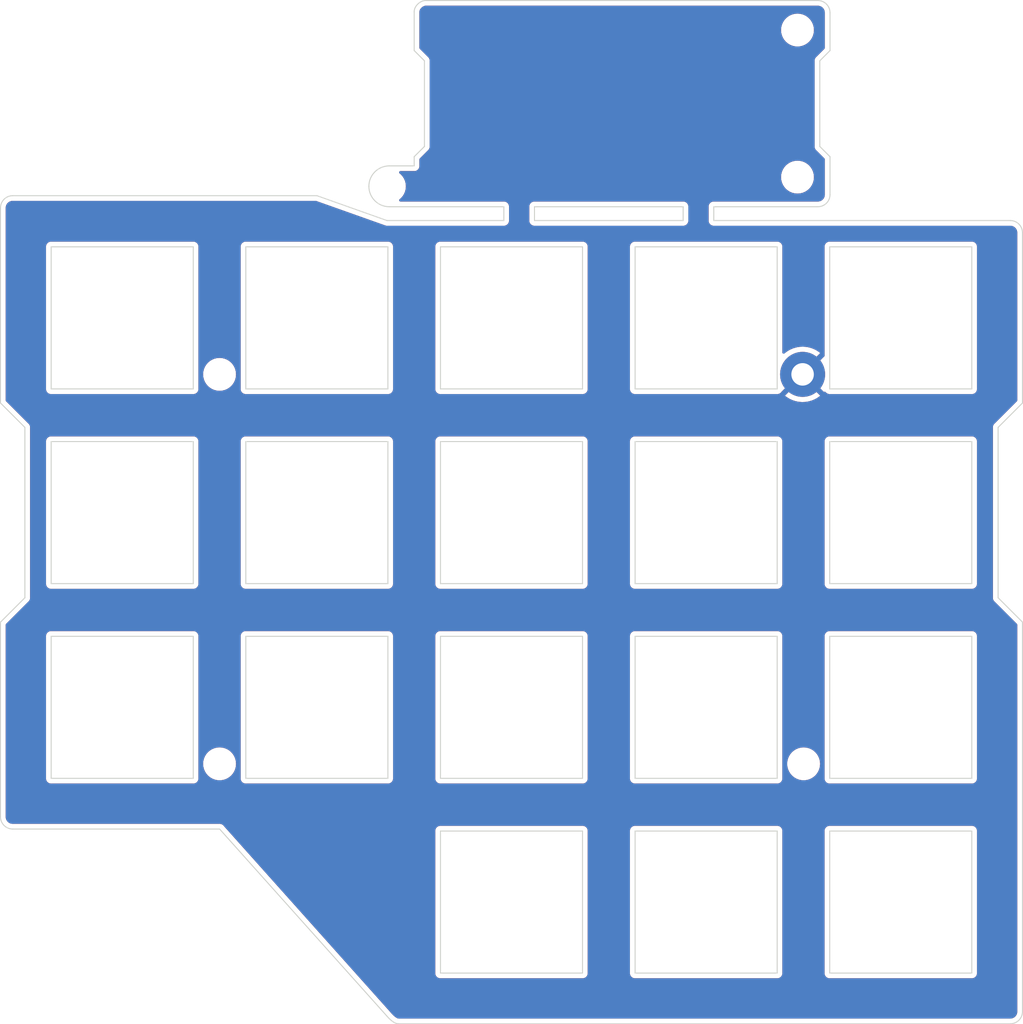
<source format=kicad_pcb>
(kicad_pcb (version 20211014) (generator pcbnew)
  (title_block (title "REVIUNG34-SPLIT-L-TOP") (date "2019-08-30") (rev "1.0"))
  (layers (0 "F.Cu" signal) (31 "B.Cu" signal) (34 "B.Paste" user) (35 "F.Paste" user) (36 "B.SilkS" user "B.Silkscreen") (37 "F.SilkS" user "F.Silkscreen") (38 "B.Mask" user) (39 "F.Mask" user) (44 "Edge.Cuts" user))
  (net 0 "")
  (net 1 "GND")
  (footprint "MountingHole:MountingHole_2.2mm_M2_Pad" (layer "F.Cu") (at 128.44 86.57)
    (fp_text reference "H1" hide)
    (fp_text value "MountingHole_Pad")
    (pad "1" thru_hole circle locked (at 0 0) (size 4.4 4.4) (drill 2.2) (layers *.Cu *.Mask) (net 1 "GND"))
  )
  (footprint "MountingHole:MountingHole_2.2mm_M2" (layer "F.Cu") (at 71.39 86.57)
    (fp_text reference "H2" hide)
    (fp_text value "MountingHole_2.2mm_M2")
    (pad "" np_thru_hole circle locked (at 0 0) (size 2.2 2.2) (drill 2.2) (layers *.Cu *.Mask))
  )
  (footprint "MountingHole:MountingHole_2.2mm_M2" (layer "F.Cu") (at 71.39 124.68)
    (fp_text reference "H3" hide)
    (fp_text value "MountingHole_2.2mm_M2")
    (pad "" np_thru_hole circle locked (at 0 0) (size 2.2 2.2) (drill 2.2) (layers *.Cu *.Mask))
  )
  (footprint "MountingHole:MountingHole_2.2mm_M2" (layer "F.Cu") (at 128.54 124.68)
    (fp_text reference "H4" hide)
    (fp_text value "MountingHole_2.2mm_M2")
    (pad "" np_thru_hole circle locked (at 0 0) (size 2.2 2.2) (drill 2.2) (layers *.Cu *.Mask))
  )
  (footprint "MountingHole:MountingHole_2.2mm_M2" (layer "F.Cu") (at 88.01 68.17)
    (fp_text reference "H5" hide)
    (fp_text value "MountingHole_2.2mm_M2")
    (pad "" np_thru_hole circle locked (at 0 0) (size 2.2 2.2) (drill 2.2) (layers *.Cu *.Mask))
  )
  (footprint "MountingHole:MountingHole_2.2mm_M2" (layer "F.Cu") (at 127.94 52.88)
    (fp_text reference "H7" hide)
    (fp_text value "MountingHole_2.2mm_M2")
    (pad "" np_thru_hole circle locked (at 0 0) (size 2.2 2.2) (drill 2.2) (layers *.Cu *.Mask))
  )
  (footprint "MountingHole:MountingHole_2.2mm_M2" (layer "F.Cu") (at 127.94 67.27)
    (fp_text reference "H6" hide)
    (fp_text value "MountingHole_2.2mm_M2")
    (pad "" np_thru_hole circle locked (at 0 0) (size 2.2 2.2) (drill 2.2) (layers *.Cu *.Mask))
  )
  (gr_line (start 73.958907 107.045541) (end 87.858907 107.045551) (layer "Edge.Cuts") (width 0.1))
  (gr_line (start 93.004459 131.254459) (end 93.004448 145.154459) (layer "Edge.Cuts") (width 0.1))
  (gr_line (start 54.913377 93.145541) (end 54.913366 107.045541) (layer "Edge.Cuts") (width 0.1))
  (gr_line (start 112.05 131.254459) (end 112.049989 145.154459) (layer "Edge.Cuts") (width 0.1))
  (gr_line (start 116.749995 71.517001) (end 102.204447 71.517001) (layer "Edge.Cuts") (width 0.1))
  (gr_curve (pts (xy 131.121044 68.984201) (xy 131.121044 68.984112) (xy 131.121026 65.270269) (xy 131.121026 65.270269)) (layer "Edge.Cuts") (width 0.1))
  (gr_curve (pts (xy 87.99844 66.168985) (xy 86.893878 66.168985) (xy 85.998454 67.06443) (xy 85.998454 68.168992)) (layer "Edge.Cuts") (width 0.1))
  (gr_line (start 112.05 112.2) (end 112.049989 126.1) (layer "Edge.Cuts") (width 0.1))
  (gr_line (start 73.958907 126.1) (end 87.858907 126.10001) (layer "Edge.Cuts") (width 0.1))
  (gr_line (start 112.05 74.091082) (end 112.049989 87.991082) (layer "Edge.Cuts") (width 0.1))
  (gr_line (start 131.095541 93.145541) (end 131.09553 107.045541) (layer "Edge.Cuts") (width 0.1))
  (gr_line (start 106.904448 87.991092) (end 106.904459 74.091092) (layer "Edge.Cuts") (width 0.1))
  (gr_line (start 106.904448 126.10001) (end 106.904459 112.20001) (layer "Edge.Cuts") (width 0.1))
  (gr_line (start 102.204447 71.517001) (end 102.204447 70.167191) (layer "Edge.Cuts") (width 0.1))
  (gr_line (start 93.004459 74.091082) (end 93.004448 87.991082) (layer "Edge.Cuts") (width 0.1))
  (gr_curve (pts (xy 131.120976 54.886277) (xy 131.120976 54.886277) (xy 131.120958 51.180473) (xy 131.120958 51.180473)) (layer "Edge.Cuts") (width 0.1))
  (gr_line (start 131.095541 131.254459) (end 131.09553 145.154459) (layer "Edge.Cuts") (width 0.1))
  (gr_curve (pts (xy 147.570536 91.758099) (xy 147.570536 91.758099) (xy 149.954456 89.374093) (xy 149.954456 89.374093)) (layer "Edge.Cuts") (width 0.1))
  (gr_line (start 125.95 131.254469) (end 112.05 131.254459) (layer "Edge.Cuts") (width 0.1))
  (gr_curve (pts (xy 91.435513 55.886283) (xy 91.435513 55.886283) (xy 91.435513 64.270284) (xy 91.435513 64.270284)) (layer "Edge.Cuts") (width 0.1))
  (gr_curve (pts (xy 130.123708 55.88628) (xy 130.123708 55.88628) (xy 131.120976 54.886277) (xy 131.120976 54.886277)) (layer "Edge.Cuts") (width 0.1))
  (gr_line (start 93.004459 93.145541) (end 93.004448 107.045541) (layer "Edge.Cuts") (width 0.1))
  (gr_curve (pts (xy 80.908907 69.084548) (xy 80.908907 69.084548) (xy 51.146447 69.084548) (xy 51.146447 69.084548)) (layer "Edge.Cuts") (width 0.1))
  (gr_line (start 106.904459 93.145551) (end 93.004459 93.145541) (layer "Edge.Cuts") (width 0.1))
  (gr_line (start 144.99553 126.10001) (end 144.995541 112.20001) (layer "Edge.Cuts") (width 0.1))
  (gr_line (start 54.913366 107.045541) (end 68.813366 107.045551) (layer "Edge.Cuts") (width 0.1))
  (gr_line (start 73.958918 74.091082) (end 73.958907 87.991082) (layer "Edge.Cuts") (width 0.1))
  (gr_line (start 112.049989 145.154459) (end 125.949989 145.154469) (layer "Edge.Cuts") (width 0.1))
  (gr_line (start 68.813366 126.10001) (end 68.813377 112.20001) (layer "Edge.Cuts") (width 0.1))
  (gr_line (start 131.095541 112.2) (end 131.09553 126.1) (layer "Edge.Cuts") (width 0.1))
  (gr_curve (pts (xy 49.954444 70.276551) (xy 49.954444 70.276551) (xy 49.954444 89.374093) (xy 49.954444 89.374093)) (layer "Edge.Cuts") (width 0.1))
  (gr_curve (pts (xy 49.954444 89.374093) (xy 49.954444 89.374093) (xy 52.338364 91.758099) (xy 52.338364 91.758099)) (layer "Edge.Cuts") (width 0.1))
  (gr_curve (pts (xy 119.74999 70.167191) (xy 119.74999 70.167191) (xy 129.929041 70.167191) (xy 129.929041 70.167191)) (layer "Edge.Cuts") (width 0.1))
  (gr_curve (pts (xy 99.204453 70.167191) (xy 99.204453 70.167191) (xy 99.204453 71.517001) (xy 99.204453 71.517001)) (layer "Edge.Cuts") (width 0.1))
  (gr_line (start 125.95 112.20001) (end 112.05 112.2) (layer "Edge.Cuts") (width 0.1))
  (gr_curve (pts (xy 85.998454 68.168992) (xy 85.998454 69.273555) (xy 86.893878 70.167191) (xy 87.99844 70.167191)) (layer "Edge.Cuts") (width 0.1))
  (gr_curve (pts (xy 91.435513 64.270284) (xy 91.435513 64.270284) (xy 90.433928 65.270269) (xy 90.433928 65.270269)) (layer "Edge.Cuts") (width 0.1))
  (gr_line (start 68.813377 112.20001) (end 54.913377 112.2) (layer "Edge.Cuts") (width 0.1))
  (gr_line (start 68.813366 107.045551) (end 68.813377 93.145551) (layer "Edge.Cuts") (width 0.1))
  (gr_line (start 54.913377 112.2) (end 54.913366 126.1) (layer "Edge.Cuts") (width 0.1))
  (gr_line (start 68.813377 74.091092) (end 54.913377 74.091082) (layer "Edge.Cuts") (width 0.1))
  (gr_line (start 144.995541 131.254469) (end 131.095541 131.254459) (layer "Edge.Cuts") (width 0.1))
  (gr_line (start 125.949989 126.10001) (end 125.95 112.20001) (layer "Edge.Cuts") (width 0.1))
  (gr_line (start 112.049989 87.991082) (end 125.949989 87.991092) (layer "Edge.Cuts") (width 0.1))
  (gr_line (start 87.858907 126.10001) (end 87.858918 112.20001) (layer "Edge.Cuts") (width 0.1))
  (gr_curve (pts (xy 129.928955 49.98847) (xy 129.928955 49.98847) (xy 91.542402 49.987629) (xy 91.542402 49.987629)) (layer "Edge.Cuts") (width 0.1))
  (gr_line (start 73.958907 87.991082) (end 87.858907 87.991092) (layer "Edge.Cuts") (width 0.1))
  (gr_curve (pts (xy 99.204453 71.517001) (xy 99.204453 71.517001) (xy 87.766283 71.517001) (xy 87.766283 71.517001)) (layer "Edge.Cuts") (width 0.1))
  (gr_curve (pts (xy 88.875884 150.113474) (xy 88.875884 150.113474) (xy 148.762539 150.113474) (xy 148.762539 150.113474)) (layer "Edge.Cuts") (width 0.1))
  (gr_line (start 144.995541 74.091092) (end 131.095541 74.091082) (layer "Edge.Cuts") (width 0.1))
  (gr_line (start 102.204447 70.167191) (end 116.749995 70.167191) (layer "Edge.Cuts") (width 0.1))
  (gr_curve (pts (xy 87.99844 70.167191) (xy 87.99844 70.167191) (xy 99.204453 70.167191) (xy 99.204453 70.167191)) (layer "Edge.Cuts") (width 0.1))
  (gr_curve (pts (xy 90.433928 66.168985) (xy 90.433928 66.168985) (xy 87.99844 66.168985) (xy 87.99844 66.168985)) (layer "Edge.Cuts") (width 0.1))
  (gr_curve (pts (xy 119.74999 71.517001) (xy 119.74999 71.517001) (xy 119.74999 70.167191) (xy 119.74999 70.167191)) (layer "Edge.Cuts") (width 0.1))
  (gr_line (start 93.004448 126.1) (end 106.904448 126.10001) (layer "Edge.Cuts") (width 0.1))
  (gr_line (start 144.995541 112.20001) (end 131.095541 112.2) (layer "Edge.Cuts") (width 0.1))
  (gr_line (start 106.904448 107.045551) (end 106.904459 93.145551) (layer "Edge.Cuts") (width 0.1))
  (gr_line (start 116.749995 70.167191) (end 116.749995 71.517001) (layer "Edge.Cuts") (width 0.1))
  (gr_line (start 68.813366 87.991092) (end 68.813377 74.091092) (layer "Edge.Cuts") (width 0.1))
  (gr_line (start 73.958918 93.145541) (end 73.958907 107.045541) (layer "Edge.Cuts") (width 0.1))
  (gr_curve (pts (xy 87.766283 71.517001) (xy 87.76314 71.516979) (xy 80.908907 69.084548) (xy 80.908907 69.084548)) (layer "Edge.Cuts") (width 0.1))
  (gr_line (start 125.95 74.091092) (end 112.05 74.091082) (layer "Edge.Cuts") (width 0.1))
  (gr_line (start 131.09553 107.045541) (end 144.99553 107.045551) (layer "Edge.Cuts") (width 0.1))
  (gr_curve (pts (xy 91.542402 49.987629) (xy 91.028329 49.987629) (xy 90.43411 50.526356) (xy 90.434097 51.072819)) (layer "Edge.Cuts") (width 0.1))
  (gr_line (start 112.05 93.145541) (end 112.049989 107.045541) (layer "Edge.Cuts") (width 0.1))
  (gr_curve (pts (xy 90.433928 65.270269) (xy 90.433928 65.270269) (xy 90.433928 66.168985) (xy 90.433928 66.168985)) (layer "Edge.Cuts") (width 0.1))
  (gr_curve (pts (xy 49.954361 129.869263) (xy 49.954361 130.527599) (xy 50.488046 131.058995) (xy 51.146361 131.058995)) (layer "Edge.Cuts") (width 0.1))
  (gr_line (start 87.858918 112.20001) (end 73.958918 112.2) (layer "Edge.Cuts") (width 0.1))
  (gr_line (start 106.904459 112.20001) (end 93.004459 112.2) (layer "Edge.Cuts") (width 0.1))
  (gr_line (start 54.913366 87.991082) (end 68.813366 87.991092) (layer "Edge.Cuts") (width 0.1))
  (gr_curve (pts (xy 147.570536 108.42855) (xy 147.570536 108.42855) (xy 147.570536 91.758099) (xy 147.570536 91.758099)) (layer "Edge.Cuts") (width 0.1))
  (gr_line (start 68.813377 93.145551) (end 54.913377 93.145541) (layer "Edge.Cuts") (width 0.1))
  (gr_line (start 87.858907 107.045551) (end 87.858918 93.145551) (layer "Edge.Cuts") (width 0.1))
  (gr_curve (pts (xy 148.762453 71.517001) (xy 148.762453 71.517001) (xy 119.74999 71.517001) (xy 119.74999 71.517001)) (layer "Edge.Cuts") (width 0.1))
  (gr_curve (pts (xy 51.146447 69.084548) (xy 50.488132 69.084548) (xy 49.954444 69.618215) (xy 49.954444 70.276551)) (layer "Edge.Cuts") (width 0.1))
  (gr_line (start 131.09553 145.154459) (end 144.99553 145.154469) (layer "Edge.Cuts") (width 0.1))
  (gr_line (start 93.004448 107.045541) (end 106.904448 107.045551) (layer "Edge.Cuts") (width 0.1))
  (gr_curve (pts (xy 130.123749 64.270285) (xy 130.123749 64.270285) (xy 130.123708 55.88628) (xy 130.123708 55.88628)) (layer "Edge.Cuts") (width 0.1))
  (gr_line (start 87.858918 93.145551) (end 73.958918 93.145541) (layer "Edge.Cuts") (width 0.1))
  (gr_curve (pts (xy 71.391701 131.058995) (xy 71.391701 131.058995) (xy 87.771989 149.371852) (xy 87.771989 149.371852)) (layer "Edge.Cuts") (width 0.1))
  (gr_curve (pts (xy 87.771989 149.371852) (xy 87.771989 149.371852) (xy 88.377573 150.113474) (xy 88.875884 150.113474)) (layer "Edge.Cuts") (width 0.1))
  (gr_line (start 144.995541 93.145551) (end 131.095541 93.145541) (layer "Edge.Cuts") (width 0.1))
  (gr_line (start 106.904448 145.154469) (end 106.904459 131.254469) (layer "Edge.Cuts") (width 0.1))
  (gr_curve (pts (xy 52.338364 108.42855) (xy 52.338364 108.42855) (xy 49.954444 110.812557) (xy 49.954444 110.812557)) (layer "Edge.Cuts") (width 0.1))
  (gr_curve (pts (xy 148.762539 150.113474) (xy 149.420875 150.113474) (xy 149.954542 149.58259) (xy 149.954542 148.924275)) (layer "Edge.Cuts") (width 0.1))
  (gr_line (start 106.904459 74.091092) (end 93.004459 74.091082) (layer "Edge.Cuts") (width 0.1))
  (gr_line (start 112.049989 126.1) (end 125.949989 126.10001) (layer "Edge.Cuts") (width 0.1))
  (gr_line (start 131.095541 74.091082) (end 131.09553 87.991082) (layer "Edge.Cuts") (width 0.1))
  (gr_line (start 131.09553 87.991082) (end 144.99553 87.991092) (layer "Edge.Cuts") (width 0.1))
  (gr_line (start 144.99553 107.045551) (end 144.995541 93.145551) (layer "Edge.Cuts") (width 0.1))
  (gr_line (start 93.004448 145.154459) (end 106.904448 145.154469) (layer "Edge.Cuts") (width 0.1))
  (gr_curve (pts (xy 149.954456 89.374093) (xy 149.954456 89.374093) (xy 149.954456 72.709004) (xy 149.954456 72.709004)) (layer "Edge.Cuts") (width 0.1))
  (gr_curve (pts (xy 149.954456 110.812557) (xy 149.954456 110.812557) (xy 147.570536 108.42855) (xy 147.570536 108.42855)) (layer "Edge.Cuts") (width 0.1))
  (gr_line (start 125.95 93.145551) (end 112.05 93.145541) (layer "Edge.Cuts") (width 0.1))
  (gr_line (start 54.913377 74.091082) (end 54.913366 87.991082) (layer "Edge.Cuts") (width 0.1))
  (gr_line (start 93.004448 87.991082) (end 106.904448 87.991092) (layer "Edge.Cuts") (width 0.1))
  (gr_curve (pts (xy 131.121026 65.270269) (xy 131.121026 65.270269) (xy 130.123749 64.270285) (xy 130.123749 64.270285)) (layer "Edge.Cuts") (width 0.1))
  (gr_curve (pts (xy 90.434097 51.072819) (xy 90.434097 51.072819) (xy 90.433928 54.886275) (xy 90.433928 54.886275)) (layer "Edge.Cuts") (width 0.1))
  (gr_curve (pts (xy 149.954542 148.924275) (xy 149.954542 148.924275) (xy 149.954456 110.812557) (xy 149.954456 110.812557)) (layer "Edge.Cuts") (width 0.1))
  (gr_line (start 54.913366 126.1) (end 68.813366 126.10001) (layer "Edge.Cuts") (width 0.1))
  (gr_line (start 73.958918 112.2) (end 73.958907 126.1) (layer "Edge.Cuts") (width 0.1))
  (gr_line (start 87.858907 87.991092) (end 87.858918 74.091092) (layer "Edge.Cuts") (width 0.1))
  (gr_line (start 125.949989 87.991092) (end 125.95 74.091092) (layer "Edge.Cuts") (width 0.1))
  (gr_curve (pts (xy 149.954456 72.709004) (xy 149.954456 72.050689) (xy 149.420767 71.517001) (xy 148.762453 71.517001)) (layer "Edge.Cuts") (width 0.1))
  (gr_line (start 131.09553 126.1) (end 144.99553 126.10001) (layer "Edge.Cuts") (width 0.1))
  (gr_curve (pts (xy 49.954444 110.812557) (xy 49.954444 110.812557) (xy 49.954361 129.869263) (xy 49.954361 129.869263)) (layer "Edge.Cuts") (width 0.1))
  (gr_curve (pts (xy 131.120958 51.180473) (xy 131.120958 50.522158) (xy 130.58727 49.98847) (xy 129.928955 49.98847)) (layer "Edge.Cuts") (width 0.1))
  (gr_line (start 106.904459 131.254469) (end 93.004459 131.254459) (layer "Edge.Cuts") (width 0.1))
  (gr_curve (pts (xy 90.433928 54.886275) (xy 90.433928 54.886275) (xy 91.435513 55.886283) (xy 91.435513 55.886283)) (layer "Edge.Cuts") (width 0.1))
  (gr_curve (pts (xy 52.338364 91.758099) (xy 52.338364 91.758099) (xy 52.338364 108.42855) (xy 52.338364 108.42855)) (layer "Edge.Cuts") (width 0.1))
  (gr_line (start 125.949989 145.154469) (end 125.95 131.254469) (layer "Edge.Cuts") (width 0.1))
  (gr_line (start 144.99553 145.154469) (end 144.995541 131.254469) (layer "Edge.Cuts") (width 0.1))
  (gr_line (start 125.949989 107.045551) (end 125.95 93.145551) (layer "Edge.Cuts") (width 0.1))
  (gr_line (start 144.99553 87.991092) (end 144.995541 74.091092) (layer "Edge.Cuts") (width 0.1))
  (gr_curve (pts (xy 51.146361 131.058995) (xy 51.146361 131.058995) (xy 71.391701 131.058995) (xy 71.391701 131.058995)) (layer "Edge.Cuts") (width 0.1))
  (gr_curve (pts (xy 129.929041 70.167191) (xy 130.587378 70.167191) (xy 131.121044 69.642515) (xy 131.121044 68.984201)) (layer "Edge.Cuts") (width 0.1))
  (gr_line (start 112.049989 107.045541) (end 125.949989 107.045551) (layer "Edge.Cuts") (width 0.1))
  (gr_line (start 87.858918 74.091092) (end 73.958918 74.091082) (layer "Edge.Cuts") (width 0.1))
  (gr_line (start 93.004459 112.2) (end 93.004448 126.1) (layer "Edge.Cuts") (width 0.1))
  (zone (net 1) (net_name "GND") (layer "F.Cu") (connect_pads (clearance 0.508)) (min_thickness 0.254) (fill yes (thermal_gap 0.508) (thermal_bridge_width 0.508))
    (polygon (pts (xy 50.05 70.2) (xy 50.25 69.6) (xy 51.05 69.15) (xy 80.9 69.15) (xy 87.75 71.6) (xy 99.3 71.6) (xy 99.3 70.1) (xy 87.9 70.1) (xy 87.05 69.85) (xy 86.4 69.25) (xy 86.1 68.45) (xy 86.15 67.65) (xy 86.8 66.65) (xy 87.5 66.3) (xy 88.2 66.25) (xy 90.5 66.25) (xy 90.5 65.3) (xy 91.5 64.3) (xy 91.5 55.85) (xy 90.5 54.85) (xy 90.5 51.05) (xy 90.6 50.7) (xy 91 50.25) (xy 91.5 50.05) (xy 130 50.05) (xy 130.6 50.25) (xy 131 50.75) (xy 131.05 51.15) (xy 131.05 54.85) (xy 130.05 55.85) (xy 130.05 64.3) (xy 131.05 65.3) (xy 131.05 69) (xy 130.95 69.45) (xy 130.65 69.85) (xy 130.15 70.1) (xy 119.65 70.1) (xy 119.65 71.6) (xy 148.9 71.6) (xy 149.5 71.85) (xy 149.85 72.4) (xy 149.9 72.7) (xy 149.9 89.35) (xy 147.5 91.75) (xy 147.5 108.45) (xy 149.9 110.85) (xy 149.9 149) (xy 149.8 149.4) (xy 149.35 149.9) (xy 148.9 150.05) (xy 88.8 150.05) (xy 88.3 149.8) (xy 87.75 149.25) (xy 71.4 131) (xy 51.05 131) (xy 50.5 130.8) (xy 50.1 130.3) (xy 50.05 129.95) (xy 50.05 110.85) (xy 52.4 108.45) (xy 52.4 91.75) (xy 50.05 89.35)))
  )
  (zone (net 1) (net_name "GND") (layer "B.Cu") (connect_pads (clearance 0.508)) (min_thickness 0.254) (fill yes (thermal_gap 0.508) (thermal_bridge_width 0.508))
    (polygon (pts (xy 50.05 70.2) (xy 50.25 69.6) (xy 51.05 69.15) (xy 80.9 69.15) (xy 87.75 71.6) (xy 99.3 71.6) (xy 99.3 70.1) (xy 87.9 70.1) (xy 87.05 69.85) (xy 86.4 69.25) (xy 86.1 68.45) (xy 86.15 67.65) (xy 86.8 66.65) (xy 87.5 66.3) (xy 88.15 66.25) (xy 90.5 66.25) (xy 90.5 65.3) (xy 91.5 64.3) (xy 91.5 55.85) (xy 90.5 54.85) (xy 90.5 51.05) (xy 90.6 50.7) (xy 91 50.25) (xy 91.5 50.05) (xy 130 50.05) (xy 130.6 50.25) (xy 131 50.75) (xy 131.05 51.15) (xy 131.05 54.85) (xy 130.05 55.85) (xy 130.05 64.3) (xy 131.05 65.3) (xy 131.05 69) (xy 130.95 69.45) (xy 130.65 69.85) (xy 130.15 70.1) (xy 119.65 70.1) (xy 119.65 71.6) (xy 148.9 71.6) (xy 149.5 71.85) (xy 149.85 72.4) (xy 149.9 72.7) (xy 149.9 89.35) (xy 147.5 91.75) (xy 147.5 108.45) (xy 149.9 110.85) (xy 149.9 149) (xy 149.8 149.4) (xy 149.35 149.9) (xy 148.9 150.05) (xy 88.8 150.05) (xy 88.3 149.8) (xy 87.65 149.15) (xy 71.4 131) (xy 51.05 131) (xy 50.5 130.8) (xy 50.1 130.3) (xy 50.05 129.95) (xy 50.05 110.85) (xy 52.4 108.45) (xy 52.4 91.75) (xy 50.05 89.35)))
  )
)
</source>
